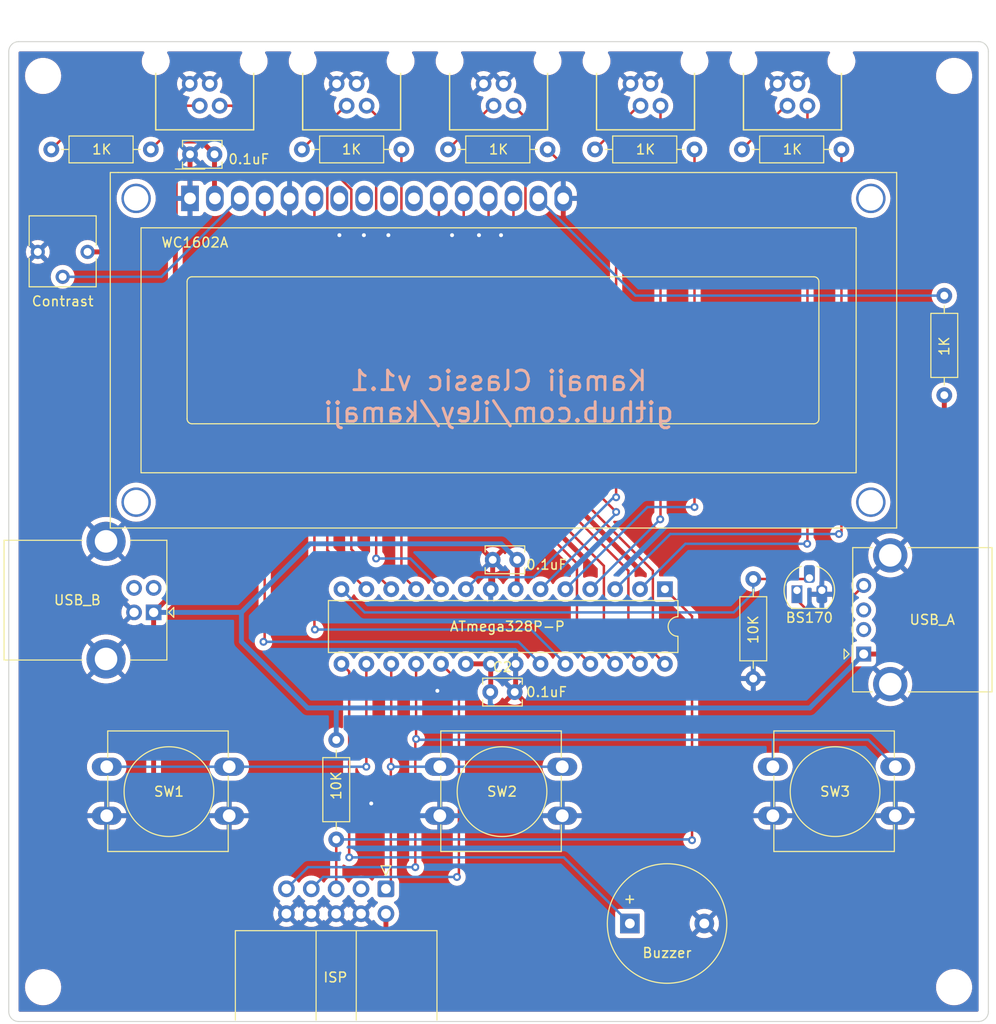
<source format=kicad_pcb>
(kicad_pcb (version 20221018) (generator pcbnew)
  (layers (0 "F.Cu" signal) (31 "B.Cu" signal) (34 "B.Paste" user) (35 "F.Paste" user) (36 "B.SilkS" user "B.Silkscreen") (37 "F.SilkS" user "F.Silkscreen") (38 "B.Mask" user) (39 "F.Mask" user) (44 "Edge.Cuts" user))
  (net 0 "")
  (net 1 "/BUZZER")
  (net 2 "GND")
  (net 3 "VCC")
  (net 4 "Net-(DS1-VO)")
  (net 5 "/LCD_RS")
  (net 6 "/LCD_EN")
  (net 11 "/LCD_D0")
  (net 12 "/LCD_D1")
  (net 13 "/LCD_D2")
  (net 14 "/LCD_D3")
  (net 15 "Net-(DS1-LED(+))")
  (net 18 "Net-(J1-GND)")
  (net 21 "/CBTN2")
  (net 23 "/RESET")
  (net 24 "/SCK")
  (net 25 "/CBTN3")
  (net 26 "Net-(J5-Pad2)")
  (net 27 "/PBTN1")
  (net 28 "Net-(J6-Pad2)")
  (net 29 "/PBTN2")
  (net 30 "Net-(J7-Pad2)")
  (net 31 "/PBTN3")
  (net 32 "Net-(J8-Pad2)")
  (net 33 "/PBTN4")
  (net 34 "Net-(J9-Pad2)")
  (net 35 "/PBTN5")
  (net 36 "/LAMP")
  (net 37 "/PLED1")
  (net 38 "/PLED2")
  (net 39 "/PLED3")
  (net 40 "/PLED4")
  (net 41 "/PLED5")
  (net 42 "/CBTN1")
  (footprint "Capacitor_THT:C_Disc_D3.8mm_W2.6mm_P2.50mm" (layer "F.Cu") (at 99.15 116.38)
    (fp_text reference "C2" (at 1.25 -2.55) (layer "F.SilkS"))
    (fp_text value "0.1uF" (at 5.75 0) (layer "F.SilkS"))
    (pad "1" thru_hole circle (at 0 0) (size 1.6 1.6) (drill 0.8) (layers "*.Cu" "*.Mask") (net 3 "VCC"))
    (pad "2" thru_hole circle (at 2.5 0) (size 1.6 1.6) (drill 0.8) (layers "*.Cu" "*.Mask") (net 2 "GND"))
  )
  (footprint "Package_TO_SOT_THT:TO-92_HandSolder" (layer "F.Cu") (at 130.46 106)
    (fp_text reference "Q1" hide)
    (fp_text value "BS170" (at 1.27 2.79) (layer "F.SilkS"))
    (pad "1" thru_hole rect (at 0 0) (size 1.1 1.8) (drill 0.75 (offset 0 0.4)) (layers "*.Cu" "*.Mask") (net 18 "Net-(J1-GND)"))
    (pad "2" thru_hole roundrect (at 1.27 -1.27) (size 1.1 1.8) (drill 0.75 (offset 0 -0.4)) (layers "*.Cu" "*.Mask") (net 36 "/LAMP"))
    (pad "3" thru_hole roundrect (at 2.54 0) (size 1.1 1.8) (drill 0.75 (offset 0 0.4)) (layers "*.Cu" "*.Mask") (net 2 "GND"))
  )
  (footprint "kamaji:RJ10" (layer "F.Cu") (at 85 46 180)
    (fp_text reference "J8" hide)
    (fp_text value "P4")
    (pad "" np_thru_hole circle (at -5 -6 180) (size 2.36 2.36) (drill 2.36) (layers "*.Cu" "*.Mask"))
    (pad "" np_thru_hole circle (at 5 -6 180) (size 2.36 2.36) (drill 2.36) (layers "*.Cu" "*.Mask"))
    (pad "1" thru_hole circle (at 1.53 -8.3 180) (size 1.6 1.6) (drill 0.9) (layers "*.Cu" "*.Mask") (net 2 "GND"))
    (pad "2" thru_hole circle (at 0.51 -10.54 180) (size 1.6 1.6) (drill 0.9) (layers "*.Cu" "*.Mask") (net 32 "Net-(J8-Pad2)"))
    (pad "3" thru_hole circle (at -0.51 -8.3 180) (size 1.6 1.6) (drill 0.9) (layers "*.Cu" "*.Mask") (net 2 "GND"))
    (pad "4" thru_hole circle (at -1.53 -10.54 180) (size 1.6 1.6) (drill 0.9) (layers "*.Cu" "*.Mask") (net 33 "/PBTN4"))
  )
  (footprint "Capacitor_THT:C_Disc_D3.8mm_W2.6mm_P2.50mm" (layer "F.Cu") (at 101.9 102.88 180)
    (fp_text reference "C1" hide)
    (fp_text value "0.1uF" (at -3 -0.5) (layer "F.SilkS"))
    (pad "1" thru_hole circle (at 0 0 180) (size 1.6 1.6) (drill 0.8) (layers "*.Cu" "*.Mask") (net 3 "VCC"))
    (pad "2" thru_hole circle (at 2.5 0 180) (size 1.6 1.6) (drill 0.8) (layers "*.Cu" "*.Mask") (net 2 "GND"))
  )
  (footprint "kamaji:RJ10" (layer "F.Cu") (at 70 46 180)
    (fp_text reference "J9" hide)
    (fp_text value "P5")
    (pad "" np_thru_hole circle (at -5 -6 180) (size 2.36 2.36) (drill 2.36) (layers "*.Cu" "*.Mask"))
    (pad "" np_thru_hole circle (at 5 -6 180) (size 2.36 2.36) (drill 2.36) (layers "*.Cu" "*.Mask"))
    (pad "1" thru_hole circle (at 1.53 -8.3 180) (size 1.6 1.6) (drill 0.9) (layers "*.Cu" "*.Mask") (net 2 "GND"))
    (pad "2" thru_hole circle (at 0.51 -10.54 180) (size 1.6 1.6) (drill 0.9) (layers "*.Cu" "*.Mask") (net 34 "Net-(J9-Pad2)"))
    (pad "3" thru_hole circle (at -0.51 -8.3 180) (size 1.6 1.6) (drill 0.9) (layers "*.Cu" "*.Mask") (net 2 "GND"))
    (pad "4" thru_hole circle (at -1.53 -10.54 180) (size 1.6 1.6) (drill 0.9) (layers "*.Cu" "*.Mask") (net 35 "/PBTN5"))
  )
  (footprint "Potentiometer_THT:Potentiometer_Vishay_T73YP_Vertical" (layer "F.Cu") (at 52.96 71.46 -90)
    (fp_text reference "RV1" hide)
    (fp_text value "Contrast" (at 5.04 -2.54 -180) (layer "F.SilkS"))
    (pad "1" thru_hole circle (at 0 0 270) (size 1.44 1.44) (drill 0.8) (layers "*.Cu" "*.Mask") (net 2 "GND"))
    (pad "2" thru_hole circle (at 2.54 -2.54 270) (size 1.44 1.44) (drill 0.8) (layers "*.Cu" "*.Mask") (net 4 "Net-(DS1-VO)"))
    (pad "3" thru_hole circle (at 0 -5.08 270) (size 1.44 1.44) (drill 0.8) (layers "*.Cu" "*.Mask") (net 3 "VCC"))
  )
  (footprint "Resistor_THT:R_Axial_DIN0207_L6.3mm_D2.5mm_P10.16mm_Horizontal" (layer "F.Cu") (at 145.5 75.92 -90)
    (fp_text reference "R1" hide)
    (fp_text value "1K" (at 5.16 0 90) (layer "F.SilkS"))
    (pad "1" thru_hole circle (at 0 0 270) (size 1.6 1.6) (drill 0.8) (layers "*.Cu" "*.Mask") (net 15 "Net-(DS1-LED(+))"))
    (pad "2" thru_hole oval (at 10.16 0 270) (size 1.6 1.6) (drill 0.8) (layers "*.Cu" "*.Mask") (net 3 "VCC"))
  )
  (footprint "MountingHole:MountingHole_3.2mm_M3" (layer "F.Cu") (at 146.5 53.5)
    (fp_text reference "REF**" hide)
    (fp_text value "MountingHole_3.2mm_M3" hide)
    (pad "" np_thru_hole circle (at 0 0) (size 3.2 3.2) (drill 3.2) (layers "*.Cu" "*.Mask"))
  )
  (footprint "Resistor_THT:R_Axial_DIN0207_L6.3mm_D2.5mm_P10.16mm_Horizontal" (layer "F.Cu") (at 109.84 61)
    (fp_text reference "R5" hide)
    (fp_text value "1K" (at 5.16 0) (layer "F.SilkS"))
    (pad "1" thru_hole circle (at 0 0) (size 1.6 1.6) (drill 0.8) (layers "*.Cu" "*.Mask") (net 28 "Net-(J6-Pad2)"))
    (pad "2" thru_hole oval (at 10.16 0) (size 1.6 1.6) (drill 0.8) (layers "*.Cu" "*.Mask") (net 38 "/PLED2"))
  )
  (footprint "MountingHole:MountingHole_3.2mm_M3" (layer "F.Cu") (at 53.5 53.5)
    (fp_text reference "REF**" hide)
    (fp_text value "MountingHole_3.2mm_M3" hide)
    (pad "" np_thru_hole circle (at 0 0) (size 3.2 3.2) (drill 3.2) (layers "*.Cu" "*.Mask"))
  )
  (footprint "Resistor_THT:R_Axial_DIN0207_L6.3mm_D2.5mm_P10.16mm_Horizontal" (layer "F.Cu") (at 94.84 61)
    (fp_text reference "R6" hide)
    (fp_text value "1K" (at 5.16 0) (layer "F.SilkS"))
    (pad "1" thru_hole circle (at 0 0) (size 1.6 1.6) (drill 0.8) (layers "*.Cu" "*.Mask") (net 30 "Net-(J7-Pad2)"))
    (pad "2" thru_hole oval (at 10.16 0) (size 1.6 1.6) (drill 0.8) (layers "*.Cu" "*.Mask") (net 39 "/PLED3"))
  )
  (footprint "Buzzer_Beeper:Buzzer_12x9.5RM7.6" (layer "F.Cu") (at 113.4 140)
    (fp_text reference "BZ1" hide)
    (fp_text value "Buzzer" (at 3.8 3) (layer "F.SilkS"))
    (fp_text user "+" (at -0.01 -2.54) (layer "F.SilkS"))
    (pad "1" thru_hole rect (at 0 0) (size 2 2) (drill 1) (layers "*.Cu" "*.Mask") (net 1 "/BUZZER"))
    (pad "2" thru_hole circle (at 7.6 0) (size 2 2) (drill 1) (layers "*.Cu" "*.Mask") (net 2 "GND"))
  )
  (footprint "Resistor_THT:R_Axial_DIN0207_L6.3mm_D2.5mm_P10.16mm_Horizontal" (layer "F.Cu") (at 83.428961 121.260012 -90)
    (fp_text reference "R2" hide)
    (fp_text value "10K" (at 4.66 0 90) (layer "F.SilkS"))
    (pad "1" thru_hole circle (at 0 0 270) (size 1.6 1.6) (drill 0.8) (layers "*.Cu" "*.Mask") (net 3 "VCC"))
    (pad "2" thru_hole oval (at 10.16 0 270) (size 1.6 1.6) (drill 0.8) (layers "*.Cu" "*.Mask") (net 23 "/RESET"))
  )
  (footprint "Connector_USB:USB_A_CONNFLY_DS1095-WNR0" (layer "F.Cu") (at 137.2725 112.5 90)
    (fp_text reference "J1" hide)
    (fp_text value "USB_A" (at 3.5 7 180) (layer "F.SilkS"))
    (pad "1" thru_hole rect (at 0 0 90) (size 1.524 1.524) (drill 0.92) (layers "*.Cu" "*.Mask") (net 3 "VCC"))
    (pad "2" thru_hole circle (at 2.5 0 90) (size 1.524 1.524) (drill 0.92) (layers "*.Cu" "*.Mask"))
    (pad "3" thru_hole circle (at 4.5 0 90) (size 1.524 1.524) (drill 0.92) (layers "*.Cu" "*.Mask"))
    (pad "4" thru_hole circle (at 7 0 90) (size 1.524 1.524) (drill 0.92) (layers "*.Cu" "*.Mask") (net 18 "Net-(J1-GND)"))
    (pad "5" thru_hole circle (at -3.07 2.71 90) (size 3.5 3.5) (drill 2.3) (layers "*.Cu" "*.Mask") (net 2 "GND"))
    (pad "5" thru_hole circle (at 10.07 2.71 90) (size 3.5 3.5) (drill 2.3) (layers "*.Cu" "*.Mask") (net 2 "GND"))
  )
  (footprint "Package_DIP:DIP-28_W7.62mm" (layer "F.Cu") (at 116.98 105.88 -90)
    (fp_text reference "U1" hide)
    (fp_text value "ATmega328P-P" (at 3.81 16.08) (layer "F.SilkS"))
    (pad "1" thru_hole rect (at 0 0 270) (size 1.6 1.6) (drill 0.8) (layers "*.Cu" "*.Mask") (net 23 "/RESET"))
    (pad "2" thru_hole oval (at 0 2.54 270) (size 1.6 1.6) (drill 0.8) (layers "*.Cu" "*.Mask") (net 27 "/PBTN1"))
    (pad "3" thru_hole oval (at 0 5.08 270) (size 1.6 1.6) (drill 0.8) (layers "*.Cu" "*.Mask") (net 37 "/PLED1"))
    (pad "4" thru_hole oval (at 0 7.62 270) (size 1.6 1.6) (drill 0.8) (layers "*.Cu" "*.Mask") (net 29 "/PBTN2"))
    (pad "5" thru_hole oval (at 0 10.16 270) (size 1.6 1.6) (drill 0.8) (layers "*.Cu" "*.Mask") (net 38 "/PLED2"))
    (pad "6" thru_hole oval (at 0 12.7 270) (size 1.6 1.6) (drill 0.8) (layers "*.Cu" "*.Mask") (net 31 "/PBTN3"))
    (pad "7" thru_hole oval (at 0 15.24 270) (size 1.6 1.6) (drill 0.8) (layers "*.Cu" "*.Mask") (net 3 "VCC"))
    (pad "8" thru_hole oval (at 0 17.78 270) (size 1.6 1.6) (drill 0.8) (layers "*.Cu" "*.Mask") (net 2 "GND"))
    (pad "9" thru_hole oval (at 0 20.32 270) (size 1.6 1.6) (drill 0.8) (layers "*.Cu" "*.Mask") (net 39 "/PLED3"))
    (pad "10" thru_hole oval (at 0 22.86 270) (size 1.6 1.6) (drill 0.8) (layers "*.Cu" "*.Mask") (net 33 "/PBTN4"))
    (pad "11" thru_hole oval (at 0 25.4 270) (size 1.6 1.6) (drill 0.8) (layers "*.Cu" "*.Mask") (net 40 "/PLED4"))
    (pad "12" thru_hole oval (at 0 27.94 270) (size 1.6 1.6) (drill 0.8) (layers "*.Cu" "*.Mask") (net 35 "/PBTN5"))
    (pad "13" thru_hole oval (at 0 30.48 270) (size 1.6 1.6) (drill 0.8) (layers "*.Cu" "*.Mask") (net 41 "/PLED5"))
    (pad "14" thru_hole oval (at 0 33.02 270) (size 1.6 1.6) (drill 0.8) (layers "*.Cu" "*.Mask") (net 36 "/LAMP"))
    (pad "15" thru_hole oval (at 7.62 33.02 270) (size 1.6 1.6) (drill 0.8) (layers "*.Cu" "*.Mask") (net 1 "/BUZZER"))
    (pad "16" thru_hole oval (at 7.62 30.48 270) (size 1.6 1.6) (drill 0.8) (layers "*.Cu" "*.Mask") (net 42 "/CBTN1"))
    (pad "17" thru_hole oval (at 7.62 27.94 270) (size 1.6 1.6) (drill 0.8) (layers "*.Cu" "*.Mask") (net 21 "/CBTN2"))
    (pad "18" thru_hole oval (at 7.62 25.4 270) (size 1.6 1.6) (drill 0.8) (layers "*.Cu" "*.Mask") (net 25 "/CBTN3"))
    (pad "19" thru_hole oval (at 7.62 22.86 270) (size 1.6 1.6) (drill 0.8) (layers "*.Cu" "*.Mask") (net 24 "/SCK"))
    (pad "20" thru_hole oval (at 7.62 20.32 270) (size 1.6 1.6) (drill 0.8) (layers "*.Cu" "*.Mask") (net 3 "VCC"))
    (pad "21" thru_hole oval (at 7.62 17.78 270) (size 1.6 1.6) (drill 0.8) (layers "*.Cu" "*.Mask") (net 3 "VCC"))
    (pad "22" thru_hole oval (at 7.62 15.24 270) (size 1.6 1.6) (drill 0.8) (layers "*.Cu" "*.Mask") (net 2 "GND"))
    (pad "23" thru_hole oval (at 7.62 12.7 270) (size 1.6 1.6) (drill 0.8) (layers "*.Cu" "*.Mask") (net 5 "/LCD_RS"))
    (pad "24" thru_hole oval (at 7.62 10.16 270) (size 1.6 1.6) (drill 0.8) (layers "*.Cu" "*.Mask") (net 6 "/LCD_EN"))
    (pad "25" thru_hole oval (at 7.62 7.62 270) (size 1.6 1.6) (drill 0.8) (layers "*.Cu" "*.Mask") (net 11 "/LCD_D0"))
    (pad "26" thru_hole oval (at 7.62 5.08 270) (size 1.6 1.6) (drill 0.8) (layers "*.Cu" "*.Mask") (net 12 "/LCD_D1"))
    (pad "27" thru_hole oval (at 7.62 2.54 270) (size 1.6 1.6) (drill 0.8) (layers "*.Cu" "*.Mask") (net 13 "/LCD_D2"))
    (pad "28" thru_hole oval (at 7.62 0 270) (size 1.6 1.6) (drill 0.8) (layers "*.Cu" "*.Mask") (net 14 "/LCD_D3"))
  )
  (footprint "Button_Switch_THT:SW_PUSH-12mm" (layer "F.Cu") (at 94 124)
    (fp_text reference "SW2" (at 6.35 2.54) (layer "F.SilkS"))
    (fp_text value "SW_Push")
    (pad "1" thru_hole oval (at 0 0) (size 3.048 1.85) (drill 1.3) (layers "*.Cu" "*.Mask") (net 21 "/CBTN2"))
    (pad "1" thru_hole oval (at 12.5 0) (size 3.048 1.85) (drill 1.3) (layers "*.Cu" "*.Mask") (net 21 "/CBTN2"))
    (pad "2" thru_hole oval (at 0 5) (size 3.048 1.85) (drill 1.3) (layers "*.Cu" "*.Mask") (net 2 "GND"))
    (pad "2" thru_hole oval (at 12.5 5) (size 3.048 1.85) (drill 1.3) (layers "*.Cu" "*.Mask") (net 2 "GND"))
  )
  (footprint "Connector_USB:USB_B_Lumberg_2411_02_Horizontal" (layer "F.Cu") (at 64.7875 108.25 180)
    (fp_text reference "J2" hide)
    (fp_text value "USB_B" (at 7.7875 1.25) (layer "F.SilkS"))
    (pad "1" thru_hole rect (at 0 0 270) (size 1.6 1.6) (drill 0.95) (layers "*.Cu" "*.Mask") (net 3 "VCC"))
    (pad "2" thru_hole circle (at 0 2.5 270) (size 1.6 1.6) (drill 0.95) (layers "*.Cu" "*.Mask"))
    (pad "3" thru_hole circle (at 2 2.5 270) (size 1.6 1.6) (drill 0.95) (layers "*.Cu" "*.Mask"))
    (pad "4" thru_hole circle (at 2 0 270) (size 1.6 1.6) (drill 0.95) (layers "*.Cu" "*.Mask") (net 2 "GND"))
    (pad "5" thru_hole circle (at 4.86 -4.75 270) (size 4 4) (drill 2.3) (layers "*.Cu" "*.Mask") (net 2 "GND"))
    (pad "5" thru_hole circle (at 4.86 7.25 270) (size 4 4) (drill 2.3) (layers "*.Cu" "*.Mask") (net 2 "GND"))
  )
  (footprint "kamaji:RJ10" (layer "F.Cu") (at 130 46 180)
    (fp_text reference "J5" hide)
    (fp_text value "P1")
    (pad "" np_thru_hole circle (at -5 -6 180) (size 2.36 2.36) (drill 2.36) (layers "*.Cu" "*.Mask"))
    (pad "" np_thru_hole circle (at 5 -6 180) (size 2.36 2.36) (drill 2.36) (layers "*.Cu" "*.Mask"))
    (pad "1" thru_hole circle (at 1.53 -8.3 180) (size 1.6 1.6) (drill 0.9) (layers "*.Cu" "*.Mask") (net 2 "GND"))
    (pad "2" thru_hole circle (at 0.51 -10.54 180) (size 1.6 1.6) (drill 0.9) (layers "*.Cu" "*.Mask") (net 26 "Net-(J5-Pad2)"))
    (pad "3" thru_hole circle (at -0.51 -8.3 180) (size 1.6 1.6) (drill 0.9) (layers "*.Cu" "*.Mask") (net 2 "GND"))
    (pad "4" thru_hole circle (at -1.53 -10.54 180) (size 1.6 1.6) (drill 0.9) (layers "*.Cu" "*.Mask") (net 27 "/PBTN1"))
  )
  (footprint "MountingHole:MountingHole_3.2mm_M3" (layer "F.Cu") (at 53.5 146.5)
    (fp_text reference "REF**" hide)
    (fp_text value "MountingHole_3.2mm_M3" hide)
    (pad "" np_thru_hole circle (at 0 0) (size 3.2 3.2) (drill 3.2) (layers "*.Cu" "*.Mask"))
  )
  (footprint "kamaji:RJ10" (layer "F.Cu") (at 115 46 180)
    (fp_text reference "J6" hide)
    (fp_text value "P2")
    (pad "" np_thru_hole circle (at -5 -6 180) (size 2.36 2.36) (drill 2.36) (layers "*.Cu" "*.Mask"))
    (pad "" np_thru_hole circle (at 5 -6 180) (size 2.36 2.36) (drill 2.36) (layers "*.Cu" "*.Mask"))
    (pad "1" thru_hole circle (at 1.53 -8.3 180) (size 1.6 1.6) (drill 0.9) (layers "*.Cu" "*.Mask") (net 2 "GND"))
    (pad "2" thru_hole circle (at 0.51 -10.54 180) (size 1.6 1.6) (drill 0.9) (layers "*.Cu" "*.Mask") (net 28 "Net-(J6-Pad2)"))
    (pad "3" thru_hole circle (at -0.51 -8.3 180) (size 1.6 1.6) (drill 0.9) (layers "*.Cu" "*.Mask") (net 2 "GND"))
    (pad "4" thru_hole circle (at -1.53 -10.54 180) (size 1.6 1.6) (drill 0.9) (layers "*.Cu" "*.Mask") (net 29 "/PBTN2"))
  )
  (footprint "Connector_IDC:IDC-Header_2x05_P2.54mm_Horizontal" (layer "F.Cu") (at 88.5 136.46 -90)
    (fp_text reference "J4" hide)
    (fp_text value "ISP" (at 9.04 5.16) (layer "F.SilkS"))
    (pad "1" thru_hole roundrect (at 0 0 270) (size 1.7 1.7) (drill 1) (layers "*.Cu" "*.Mask") (roundrect_rratio 0.1470588235) (net 21 "/CBTN2"))
    (pad "2" thru_hole circle (at 2.54 0 270) (size 1.7 1.7) (drill 1) (layers "*.Cu" "*.Mask") (net 3 "VCC"))
    (pad "3" thru_hole circle (at 0 2.54 270) (size 1.7 1.7) (drill 1) (layers "*.Cu" "*.Mask"))
    (pad "4" thru_hole circle (at 2.54 2.54 270) (size 1.7 1.7) (drill 1) (layers "*.Cu" "*.Mask") (net 2 "GND"))
    (pad "5" thru_hole circle (at 0 5.08 270) (size 1.7 1.7) (drill 1) (layers "*.Cu" "*.Mask") (net 23 "/RESET"))
    (pad "6" thru_hole circle (at 2.54 5.08 270) (size 1.7 1.7) (drill 1) (layers "*.Cu" "*.Mask") (net 2 "GND"))
    (pad "7" thru_hole circle (at 0 7.62 270) (size 1.7 1.7) (drill 1) (layers "*.Cu" "*.Mask") (net 24 "/SCK"))
    (pad "8" thru_hole circle (at 2.54 7.62 270) (size 1.7 1.7) (drill 1) (layers "*.Cu" "*.Mask") (net 2 "GND"))
    (pad "9" thru_hole circle (at 0 10.16 270) (size 1.7 1.7) (drill 1) (layers "*.Cu" "*.Mask") (net 25 "/CBTN3"))
    (pad "10" thru_hole circle (at 2.54 10.16 270) (size 1.7 1.7) (drill 1) (layers "*.Cu" "*.Mask") (net 2 "GND"))
  )
  (footprint "Button_Switch_THT:SW_PUSH-12mm" (layer "F.Cu") (at 128 124)
    (fp_text reference "SW3" (at 6.35 2.54) (layer "F.SilkS"))
    (fp_text value "SW_Push")
    (pad "1" thru_hole oval (at 0 0) (size 3.048 1.85) (drill 1.3) (layers "*.Cu" "*.Mask") (net 25 "/CBTN3"))
    (pad "1" thru_hole oval (at 12.5 0) (size 3.048 1.85) (drill 1.3) (layers "*.Cu" "*.Mask") (net 25 "/CBTN3"))
    (pad "2" thru_hole oval (at 0 5) (size 3.048 1.85) (drill 1.3) (layers "*.Cu" "*.Mask") (net 2 "GND"))
    (pad "2" thru_hole oval (at 12.5 5) (size 3.048 1.85) (drill 1.3) (layers "*.Cu" "*.Mask") (net 2 "GND"))
  )
  (footprint "MountingHole:MountingHole_3.2mm_M3" (layer "F.Cu") (at 146.5 146.5)
    (fp_text reference "REF**" hide)
    (fp_text value "MountingHole_3.2mm_M3" hide)
    (pad "" np_thru_hole circle (at 0 0) (size 3.2 3.2) (drill 3.2) (layers "*.Cu" "*.Mask"))
  )
  (footprint "Resistor_THT:R_Axial_DIN0207_L6.3mm_D2.5mm_P10.16mm_Horizontal" (layer "F.Cu") (at 124.84 61)
    (fp_text reference "R4" hide)
    (fp_text value "1K" (at 5.16 0) (layer "F.SilkS"))
    (pad "1" thru_hole circle (at 0 0) (size 1.6 1.6) (drill 0.8) (layers "*.Cu" "*.Mask") (net 26 "Net-(J5-Pad2)"))
    (pad "2" thru_hole oval (at 10.16 0) (size 1.6 1.6) (drill 0.8) (layers "*.Cu" "*.Mask") (net 37 "/PLED1"))
  )
  (footprint "Resistor_THT:R_Axial_DIN0207_L6.3mm_D2.5mm_P10.16mm_Horizontal" (layer "F.Cu") (at 54.34 61)
    (fp_text reference "R8" hide)
    (fp_text value "1K" (at 5.16 0) (layer "F.SilkS"))
    (pad "1" thru_hole circle (at 0 0) (size 1.6 1.6) (drill 0.8) (layers "*.Cu" "*.Mask") (net 34 "Net-(J9-Pad2)"))
    (pad "2" thru_hole oval (at 10.16 0) (size 1.6 1.6) (drill 0.8) (layers "*.Cu" "*.Mask") (net 41 "/PLED5"))
  )
  (footprint "Capacitor_THT:C_Disc_D3.8mm_W2.6mm_P2.50mm" (layer "F.Cu") (at 71 61.5 180)
    (fp_text reference "C3" hide)
    (fp_text value "0.1uF" (at -3.5 -0.5) (layer "F.SilkS"))
    (pad "1" thru_hole circle (at 0 0 180) (size 1.6 1.6) (drill 0.8) (layers "*.Cu" "*.Mask") (net 3 "VCC"))
    (pad "2" thru_hole circle (at 2.5 0 180) (size 1.6 1.6) (drill 0.8) (layers "*.Cu" "*.Mask") (net 2 "GND"))
  )
  (footprint "Button_Switch_THT:SW_PUSH-12mm" (layer "F.Cu") (at 60 124)
    (fp_text reference "SW1" (at 6.35 2.54 180) (layer "F.SilkS"))
    (fp_text value "SW_Push")
    (pad "1" thru_hole oval (at 0 0) (size 3.048 1.85) (drill 1.3) (layers "*.Cu" "*.Mask") (net 42 "/CBTN1"))
    (pad "1" thru_hole oval (at 12.5 0) (size 3.048 1.85) (drill 1.3) (layers "*.Cu" "*.Mask") (net 42 "/CBTN1"))
    (pad "2" thru_hole oval (at 0 5) (size 3.048 1.85) (drill 1.3) (layers "*.Cu" "*.Mask") (net 2 "GND"))
    (pad "2" thru_hole oval (at 12.5 5) (size 3.048 1.85) (drill 1.3) (layers "*.Cu" "*.Mask") (net 2 "GND"))
  )
  (footprint "Resistor_THT:R_Axial_DIN0207_L6.3mm_D2.5mm_P10.16mm_Horizontal" (layer "F.Cu") (at 126 104.84 -90)
    (fp_text reference "R3" hide)
    (fp_text value "10K" (at 5.16 0 90) (layer "F.SilkS"))
    (pad "1" thru_hole circle (at 0 0 270) (size 1.6 1.6) (drill 0.8) (layers "*.Cu" "*.Mask") (net 36 "/LAMP"))
    (pad "2" thru_hole oval (at 10.16 0 270) (size 1.6 1.6) (drill 0.8) (layers "*.Cu" "*.Mask") (net 2 "GND"))
  )
  (footprint "Display:WC1602A" (layer "F.Cu") (at 68.50052 65.9993)
    (fp_text reference "DS1" hide)
    (fp_text value "WC1602A" (at 0.49948 4.5007 180) (layer "F.SilkS"))
    (pad "" thru_hole circle (at -5.4991 0) (size 3 3) (drill 2.5) (layers "*.Cu" "*.Mask"))
    (pad "" thru_hole circle (at -5.4991 31.0007) (size 3 3) (drill 2.5) (layers "*.Cu" "*.Mask"))
    (pad "" thru_hole circle (at 69.49948 31.0007) (size 3 3) (drill 2.5) (layers "*.Cu" "*.Mask"))
    (pad "" thru_hole circle (at 69.5 0) (size 3 3) (drill 2.5) (layers "*.Cu" "*.Mask"))
    (pad "1" thru_hole rect (at 0 0) (size 1.8 2.6) (drill 1.2) (layers "*.Cu" "*.Mask") (net 2 "GND"))
    (pad "2" thru_hole oval (at 2.54 0) (size 1.8 2.6) (drill 1.2) (layers "*.Cu" "*.Mask") (net 3 "VCC"))
    (pad "3" thru_hole oval (at 5.08 0) (size 1.8 2.6) (drill 1.2) (layers "*.Cu" "*.Mask") (net 4 "Net-(DS1-VO)"))
    (pad "4" thru_hole oval (at 7.62 0) (size 1.8 2.6) (drill 1.2) (layers "*.Cu" "*.Mask") (net 5 "/LCD_RS"))
    (pad "5" thru_hole oval (at 10.16 0) (size 1.8 2.6) (drill 1.2) (layers "*.Cu" "*.Mask") (net 2 "GND"))
    (pad "6" thru_hole oval (at 12.7 0) (size 1.8 2.6) (drill 1.2) (layers "*.Cu" "*.Mask") (net 6 "/LCD_EN"))
    (pad "7" thru_hole oval (at 15.24 0) (size 1.8 2.6) (drill 1.2) (layers "*.Cu" "*.Mask"))
    (pad "8" thru_hole oval (at 17.78 0) (size 1.8 2.6) (drill 1.2) (layers "*.Cu" "*.Mask"))
    (pad "9" thru_hole oval (at 20.32 0) (size 1.8 2.6) (drill 1.2) (layers "*.Cu" "*.Mask"))
    (pad "10" thru_hole oval (at 22.86 0) (size 1.8 2.6) (drill 1.2) (layers "*.Cu" "*.Mask"))
    (pad "11" thru_hole oval (at 25.4 0) (size 1.8 2.6) (drill 1.2) (layers "*.Cu" "*.Mask") (net 11 "/LCD_D0"))
    (pad "12" thru_hole oval (at 27.94 0) (size 1.8 2.6) (drill 1.2) (layers "*.Cu" "*.Mask") (net 12 "/LCD_D1"))
    (pad "13" thru_hole oval (at 30.48 0) (size 1.8 2.6) (drill 1.2) (layers "*.Cu" "*.Mask") (net 13 "/LCD_D2"))
    (pad "14" thru_hole oval (at 33.02 0) (size 1.8 2.6) (drill 1.2) (layers "*.Cu" "*.Mask") (net 14 "/LCD_D3"))
    (pad "15" thru_hole oval (at 35.56 0) (size 1.8 2.6) (drill 1.2) (layers "*.Cu" "*.Mask") (net 15 "Net-(DS1-LED(+))"))
    (pad "16" thru_hole oval (at 38.1 0) (size 1.8 2.6) (drill 1.2) (layers "*.Cu" "*.Mask") (net 2 "GND"))
  )
  (footprint "Resistor_THT:R_Axial_DIN0207_L6.3mm_D2.5mm_P10.16mm_Horizontal" (layer "F.Cu") (at 79.92 61)
    (fp_text reference "R7" hide)
    (fp_text value "1K" (at 5.08 0) (layer "F.SilkS"))
    (pad "1" thru_hole circle (at 0 0) (size 1.6 1.6) (drill 0.8) (layers "*.Cu" "*.Mask") (net 32 "Net-(J8-Pad2)"))
    (pad "2" thru_hole oval (at 10.16 0) (size 1.6 1.6) (drill 0.8) (layers "*.Cu" "*.Mask") (net 40 "/PLED4"))
  )
  (footprint "kamaji:RJ10" (layer "F.Cu") (at 100 46 180)
    (fp_text reference "J7" hide)
    (fp_text value "P3")
    (pad "" np_thru_hole circle (at -5 -6 180) (size 2.36 2.36) (drill 2.36) (layers "*.Cu" "*.Mask"))
    (pad "" np_thru_hole circle (at 5 -6 180) (size 2.36 2.36) (drill 2.36) (layers "*.Cu" "*.Mask"))
    (pad "1" thru_hole circle (at 1.53 -8.3 180) (size 1.6 1.6) (drill 0.9) (layers "*.Cu" "*.Mask") (net 2 "GND"))
    (pad "2" thru_hole circle (at 0.51 -10.54 180) (size 1.6 1.6) (drill 0.9) (layers "*.Cu" "*.Mask") (net 30 "Net-(J7-Pad2)"))
    (pad "3" thru_hole circle (at -0.51 -8.3 180) (size 1.6 1.6) (drill 0.9) (layers "*.Cu" "*.Mask") (net 2 "GND"))
    (pad "4" thru_hole circle (at -1.53 -10.54 180) (size 1.6 1.6) (drill 0.9) (layers "*.Cu" "*.Mask") (net 31 "/PBTN3"))
  )
  (gr_line (start 150 51) (end 150 149) (stroke (width 0.1)) (layer "Edge.Cuts"))
  (gr_arc (start 150 149) (mid 149.707107 149.707107) (end 149 150) (stroke (width 0.1)) (layer "Edge.Cuts"))
  (gr_line (start 50 149) (end 50 51) (stroke (width 0.1)) (layer "Edge.Cuts"))
  (gr_arc (start 149 50) (mid 149.707107 50.292893) (end 150 51) (stroke (width 0.1)) (layer "Edge.Cuts"))
  (gr_line (start 51 50) (end 149 50) (stroke (width 0.1)) (layer "Edge.Cuts"))
  (gr_arc (start 50 51) (mid 50.292893 50.292893) (end 51 50) (stroke (width 0.1)) (layer "Edge.Cuts"))
  (gr_arc (start 51 150) (mid 50.292893 149.707107) (end 50 149) (stroke (width 0.1)) (layer "Edge.Cuts"))
  (gr_line (start 149 150) (end 51 150) (stroke (width 0.1)) (layer "Edge.Cuts"))
  (gr_text "Kamaji Classic v1.1\ngithub.com/iley/kamaji" (at 100 89) (layer "B.SilkS") (effects (font (size 2 2) (thickness 0.3)) (justify bottom mirror)))
  (segment (start 84.75 133.25) (end 84.75 114.29) (width 0.25) (layer "F.Cu") (net 1))
  (segment (start 84.75 114.29) (end 83.96 113.5) (width 0.25) (layer "F.Cu") (net 1))
  (via (at 84.75 133.25) (size 0.8) (drill 0.4) (layers "F.Cu" "B.Cu") (net 1))
  (segment (start 84.75 133.25) (end 106.65 133.25) (width 0.25) (layer "B.Cu") (net 1))
  (segment (start 106.65 133.25) (end 113.4 140) (width 0.25) (layer "B.Cu") (net 1))
  (segment (start 99.4 105.68) (end 99.2 105.88) (width 0.5) (layer "F.Cu") (net 2))
  (segment (start 101.74 116.29) (end 101.65 116.38) (width 0.5) (layer "F.Cu") (net 2))
  (segment (start 101.74 113.5) (end 101.74 116.29) (width 0.5) (layer "F.Cu") (net 2))
  (segment (start 68.5 61.5) (end 68.5 65.99878) (width 0.5) (layer "F.Cu") (net 2))
  (segment (start 99.4 102.88) (end 99.4 105.68) (width 0.5) (layer "F.Cu") (net 2))
  (segment (start 68.5 65.99878) (end 68.50052 65.9993) (width 0.5) (layer "F.Cu") (net 2))
  (via (at 93.75 116.25) (size 0.8) (drill 0.4) (layers "F.Cu" "B.Cu") (net 2))
  (via (at 88.75 69.75) (size 0.8) (drill 0.4) (layers "F.Cu" "B.Cu") (net 2))
  (via (at 95.25 69.75) (size 0.8) (drill 0.4) (layers "F.Cu" "B.Cu") (net 2))
  (via (at 86.25 69.75) (size 0.8) (drill 0.4) (layers "F.Cu" "B.Cu") (net 2))
  (via (at 83.75 69.75) (size 0.8) (drill 0.4) (layers "F.Cu" "B.Cu") (net 2))
  (via (at 100.25 69.75) (size 0.8) (drill 0.4) (layers "F.Cu" "B.Cu") (net 2))
  (via (at 98 69.75) (size 0.8) (drill 0.4) (layers "F.Cu" "B.Cu") (net 2))
  (via (at 87 127.75) (size 0.8) (drill 0.4) (layers "F.Cu" "B.Cu") (net 2))
  (segment (start 66.75 142.75) (end 86.75 142.75) (width 0.5) (layer "F.Cu") (net 3))
  (segment (start 71 61.5) (end 71 65.95878) (width 0.5) (layer "F.Cu") (net 3))
  (segment (start 145.5 108.75) (end 145.5 86.08) (width 0.5) (layer "F.Cu") (net 3))
  (segment (start 67 71.5) (end 67 60.65) (width 0.5) (layer "F.Cu") (net 3))
  (segment (start 69.65 60.15) (end 71 61.5) (width 0.5) (layer "F.Cu") (net 3))
  (segment (start 141.75 112.5) (end 145.5 108.75) (width 0.5) (layer "F.Cu") (net 3))
  (segment (start 71 65.95878) (end 71.04052 65.9993) (width 0.5) (layer "F.Cu") (net 3))
  (segment (start 96.66 113.5) (end 99.2 113.5) (width 0.5) (layer "F.Cu") (net 3))
  (segment (start 67 60.65) (end 67.5 60.15) (width 0.5) (layer "F.Cu") (net 3))
  (segment (start 137.2725 112.5) (end 141.75 112.5) (width 0.5) (layer "F.Cu") (net 3))
  (segment (start 58.04 71.46) (end 66.96 71.46) (width 0.5) (layer "F.Cu") (net 3))
  (segment (start 88.5 141) (end 88.5 139) (width 0.5) (layer "F.Cu") (net 3))
  (segment (start 86.75 142.75) (end 88.5 141) (width 0.5) (layer "F.Cu") (net 3))
  (segment (start 64.7875 108.25) (end 64.7875 140.7875) (width 0.5) (layer "F.Cu") (net 3))
  (segment (start 99.2 116.33) (end 99.15 116.38) (width 0.5) (layer "F.Cu") (net 3))
  (segment (start 66.96 71.46) (end 67 71.5) (width 0.5) (layer "F.Cu") (net 3))
  (segment (start 67 71.5) (end 67 106.0375) (width 0.5) (layer "F.Cu") (net 3))
  (segment (start 67 106.0375) (end 64.7875 108.25) (width 0.5) (layer "F.Cu") (net 3))
  (segment (start 101.9 105.72) (end 101.74 105.88) (width 0.5) (layer "F.Cu") (net 3))
  (segment (start 67.5 60.15) (end 69.65 60.15) (width 0.5) (layer "F.Cu") (net 3))
  (segment (start 101.9 102.88) (end 101.9 105.72) (width 0.5) (layer "F.Cu") (net 3))
  (segment (start 64.7875 140.7875) (end 66.75 142.75) (width 0.5) (layer "F.Cu") (net 3))
  (segment (start 99.2 113.5) (end 99.2 116.33) (width 0.5) (layer "F.Cu") (net 3))
  (segment (start 73.75 108.25) (end 80.75 101.25) (width 0.5) (layer "B.Cu") (net 3))
  (segment (start 64.7875 108.25) (end 73.75 108.25) (width 0.5) (layer "B.Cu") (net 3))
  (segment (start 99.52 118) (end 131.7725 118) (width 0.5) (layer "B.Cu") (net 3))
  (segment (start 83.428961 118.071039) (end 83.5 118) (width 0.5) (layer "B.Cu") (net 3))
  (segment (start 99.25 117.73) (end 99.52 118) (width 0.5) (layer "B.Cu") (net 3))
  (segment (start 83.5 118) (end 80.5 118) (width 0.5) (layer "B.Cu") (net 3))
  (segment (start 83.5 118) (end 99.52 118) (width 0.5) (layer "B.Cu") (net 3))
  (segment (start 80.75 101.25) (end 100.27 101.25) (width 0.5) (layer "B.Cu") (net 3))
  (segment (start 131.7725 118) (end 137.2725 112.5) (width 0.5) (layer "B.Cu") (net 3))
  (segment (start 99.15 116.38) (end 99.15 117.63) (width 0.5) (layer "B.Cu") (net 3))
  (segment (start 83.428961 121.260012) (end 83.428961 118.071039) (width 0.5) (layer "B.Cu") (net 3))
  (segment (start 73.75 111.25) (end 73.75 108.25) (width 0.5) (layer "B.Cu") (net 3))
  (segment (start 80.5 118) (end 73.75 111.25) (width 0.5) (layer "B.Cu") (net 3))
  (segment (start 100.27 101.25) (end 101.9 102.88) (width 0.5) (layer "B.Cu") (net 3))
  (segment (start 99.15 117.63) (end 99.25 117.73) (width 0.5) (layer "B.Cu") (net 3))
  (segment (start 65.57982 74) (end 73.58052 65.9993) (width 0.25) (layer "B.Cu") (net 4))
  (segment (start 55.5 74) (end 65.57982 74) (width 0.25) (layer "B.Cu") (net 4))
  (segment (start 76.12052 65.9993) (end 76.12052 111.12948) (width 0.25) (layer "F.Cu") (net 5))
  (segment (start 76.12052 111.12948) (end 76 111.25) (width 0.25) (layer "F.Cu") (net 5))
  (via (at 76 111.25) (size 0.8) (drill 0.4) (layers "F.Cu" "B.Cu") (net 5))
  (segment (start 76 111.25) (end 102.03 111.25) (width 0.25) (layer "B.Cu") (net 5))
  (segment (start 102.03 111.25) (end 104.28 113.5) (width 0.25) (layer "B.Cu") (net 5))
  (segment (start 81.20052 65.9993) (end 81.20052 109.95052) (width 0.25) (layer "F.Cu") (net 6))
  (segment (start 81.20052 109.95052) (end 81.25 110) (width 0.25) (layer "F.Cu") (net 6))
  (via (at 81.25 110) (size 0.8) (drill 0.4) (layers "F.Cu" "B.Cu") (net 6))
  (segment (start 103.32 110) (end 106.82 113.5) (width 0.25) (layer "B.Cu") (net 6))
  (segment (start 81.25 110) (end 103.32 110) (width 0.25) (layer "B.Cu") (net 6))
  (segment (start 108 103.25) (end 93.90052 89.15052) (width 0.25) (layer "F.Cu") (net 11))
  (segment (start 93.90052 89.15052) (end 93.90052 65.9993) (width 0.25) (layer "F.Cu") (net 11))
  (segment (start 108 112.14) (end 108 103.25) (width 0.25) (layer "F.Cu") (net 11))
  (segment (start 109.36 113.5) (end 108 112.14) (width 0.25) (layer "F.Cu") (net 11))
  (segment (start 110.75 112.35) (end 110.75 103.5) (width 0.25) (layer "F.Cu") (net 12))
  (segment (start 96.44052 89.19052) (end 96.44052 65.9993) (width 0.25) (layer "F.Cu") (net 12))
  (segment (start 111.9 113.5) (end 110.75 112.35) (width 0.25) (layer "F.Cu") (net 12))
  (segment (start 110.75 103.5) (end 96.44052 89.19052) (width 0.25) (layer "F.Cu") (net 12))
  (segment (start 114.44 113.5) (end 113.25 112.31) (width 0.25) (layer "F.Cu") (net 13))
  (segment (start 113.25 112.31) (end 113.25 104) (width 0.25) (layer "F.Cu") (net 13))
  (segment (start 98.98052 89.73052) (end 98.98052 65.9993) (width 0.25) (layer "F.Cu") (net 13))
  (segment (start 113.25 104) (end 98.98052 89.73052) (width 0.25) (layer "F.Cu") (net 13))
  (segment (start 101.52052 89.77052) (end 115.75 104) (width 0.25) (layer "F.Cu") (net 14))
  (segment (start 101.52052 65.9993) (end 101.52052 89.77052) (width 0.25) (layer "F.Cu") (net 14))
  (segment (start 115.75 104) (end 115.75 112.27) (width 0.25) (layer "F.Cu") (net 14))
  (segment (start 115.75 112.27) (end 116.98 113.5) (width 0.25) (layer "F.Cu") (net 14))
  (segment (start 113.98122 75.92) (end 145.5 75.92) (width 0.25) (layer "B.Cu") (net 15))
  (segment (start 104.06052 65.9993) (end 113.98122 75.92) (width 0.25) (layer "B.Cu") (net 15))
  (segment (start 130.46 106) (end 130.46 106.98) (width 0.25) (layer "F.Cu") (net 18))
  (segment (start 131.98 108.5) (end 134.2725 108.5) (width 0.25) (layer "F.Cu") (net 18))
  (segment (start 134.2725 108.5) (end 137.2725 105.5) (width 0.25) (layer "F.Cu") (net 18))
  (segment (start 130.46 106.98) (end 131.98 108.5) (width 0.25) (layer "F.Cu") (net 18))
  (segment (start 89.04 123.96) (end 89 124) (width 0.25) (layer "F.Cu") (net 21))
  (segment (start 89.04 113.5) (end 89.04 123.96) (width 0.25) (layer "F.Cu") (net 21))
  (segment (start 88.5 136.46) (end 89 135.96) (width 0.25) (layer "F.Cu") (net 21))
  (segment (start 89 135.96) (end 89 124) (width 0.25) (layer "F.Cu") (net 21))
  (via (at 89 124) (size 0.8) (drill 0.4) (layers "F.Cu" "B.Cu") (net 21))
  (segment (start 94 124) (end 106.5 124) (width 0.25) (layer "B.Cu") (net 21))
  (segment (start 89 124) (end 94 124) (width 0.25) (layer "B.Cu") (net 21))
  (segment (start 83.428961 136.451039) (end 83.42 136.46) (width 0.25) (layer "F.Cu") (net 23))
  (segment (start 83.428961 131.420012) (end 83.428961 136.451039) (width 0.25) (layer "F.Cu") (net 23))
  (segment (start 119.75 108.65) (end 116.98 105.88) (width 0.25) (layer "F.Cu") (net 23))
  (segment (start 119.75 131.5) (end 119.75 108.65) (width 0.25) (layer "F.Cu") (net 23))
  (via (at 119.75 131.5) (size 0.8) (drill 0.4) (layers "F.Cu" "B.Cu") (net 23))
  (segment (start 119.670012 131.420012) (end 83.428961 131.420012) (width 0.25) (layer "B.Cu") (net 23))
  (segment (start 119.75 131.5) (end 119.670012 131.420012) (width 0.25) (layer "B.Cu") (net 23))
  (segment (start 95.949 135.051) (end 95.75 135.25) (width 0.25) (layer "F.Cu") (net 24))
  (segment (start 95.949 115.329) (end 95.949 135.051) (width 0.25) (layer "F.Cu") (net 24))
  (segment (start 94.12 113.5) (end 95.949 115.329) (width 0.25) (layer "F.Cu") (net 24))
  (via (at 95.75 135.25) (size 0.8) (drill 0.4) (layers "F.Cu" "B.Cu") (net 24))
  (segment (start 95.75 135.25) (end 82.09 135.25) (width 0.25) (layer "B.Cu") (net 24))
  (segment (start 82.09 135.25) (end 80.88 136.46) (width 0.25) (layer "B.Cu") (net 24))
  (segment (start 91.5 134.25) (end 91.5 121.25) (width 0.25) (layer "F.Cu") (net 25))
  (segment (start 91.58 121.17) (end 91.58 113.5) (width 0.25) (layer "F.Cu") (net 25))
  (segment (start 91.5 121.25) (end 91.58 121.17) (width 0.25) (layer "F.Cu") (net 25))
  (via (at 91.5 134.25) (size 0.8) (drill 0.4) (layers "F.Cu" "B.Cu") (net 25))
  (via (at 91.58 121.17) (size 0.8) (drill 0.4) (layers "F.Cu" "B.Cu") (net 25))
  (segment (start 128.25 121.25) (end 137.75 121.25) (width 0.25) (layer "B.Cu") (net 25))
  (segment (start 80.55 134.25) (end 91.5 134.25) (width 0.25) (layer "B.Cu") (net 25))
  (segment (start 91.66 121.25) (end 128.25 121.25) (width 0.25) (layer "B.Cu") (net 25))
  (segment (start 78.34 136.46) (end 80.55 134.25) (width 0.25) (layer "B.Cu") (net 25))
  (segment (start 91.58 121.17) (end 91.66 121.25) (width 0.25) (layer "B.Cu") (net 25))
  (segment (start 128.25 121.25) (end 128 121.25) (width 0.25) (layer "B.Cu") (net 25))
  (segment (start 128 121.25) (end 128 124) (width 0.25) (layer "B.Cu") (net 25))
  (segment (start 137.75 121.25) (end 140.5 124) (width 0.25) (layer "B.Cu") (net 25))
  (segment (start 124.84 61) (end 129.3 56.54) (width 0.25) (layer "F.Cu") (net 26))
  (segment (start 129.3 56.54) (end 129.49 56.54) (width 0.25) (layer "F.Cu") (net 26))
  (segment (start 131.5 101.25) (end 131.53 101.22) (width 0.25) (layer "F.Cu") (net 27))
  (segment (start 131.53 101.22) (end 131.53 56.54) (width 0.25) (layer "F.Cu") (net 27))
  (via (at 131.5 101.25) (size 0.8) (drill 0.4) (layers "F.Cu" "B.Cu") (net 27))
  (segment (start 114.44 105.88) (end 119.07 101.25) (width 0.25) (layer "B.Cu") (net 27))
  (segment (start 119.07 101.25) (end 131.5 101.25) (width 0.25) (layer "B.Cu") (net 27))
  (segment (start 114.3 56.54) (end 114.49 56.54) (width 0.25) (layer "F.Cu") (net 28))
  (segment (start 109.84 61) (end 114.3 56.54) (width 0.25) (layer "F.Cu") (net 28))
  (segment (start 116.5 98.75) (end 116.53 98.72) (width 0.25) (layer "F.Cu") (net 29))
  (segment (start 116.53 98.72) (end 116.53 56.54) (width 0.25) (layer "F.Cu") (net 29))
  (via (at 116.5 98.75) (size 0.8) (drill 0.4) (layers "F.Cu" "B.Cu") (net 29))
  (segment (start 109.36 105.88) (end 116.49 98.75) (width 0.25) (layer "B.Cu") (net 29))
  (segment (start 116.49 98.75) (end 116.5 98.75) (width 0.25) (layer "B.Cu") (net 29))
  (segment (start 99.3 56.54) (end 99.49 56.54) (width 0.25) (layer "F.Cu") (net 30))
  (segment (start 94.84 61) (end 99.3 56.54) (width 0.25) (layer "F.Cu") (net 30))
  (segment (start 112 98) (end 102.74552 88.74552) (width 0.25) (layer "F.Cu") (net 31))
  (segment (start 102.74552 57.75552) (end 101.53 56.54) (width 0.25) (layer "F.Cu") (net 31))
  (segment (start 102.74552 88.74552) (end 102.74552 57.75552) (width 0.25) (layer "F.Cu") (net 31))
  (via (at 112 98) (size 0.8) (drill 0.4) (layers "F.Cu" "B.Cu") (net 31))
  (segment (start 112 98.16) (end 104.28 105.88) (width 0.25) (layer "B.Cu") (net 31))
  (segment (start 112 98) (end 112 98.16) (width 0.25) (layer "B.Cu") (net 31))
  (segment (start 79.92 61) (end 84.38 56.54) (width 0.25) (layer "F.Cu") (net 32))
  (segment (start 84.38 56.54) (end 84.49 56.54) (width 0.25) (layer "F.Cu") (net 32))
  (segment (start 87.50552 102.74448) (end 87.5 102.75) (width 0.25) (layer "F.Cu") (net 33))
  (segment (start 86.53 56.54) (end 87.50552 57.51552) (width 0.25) (layer "F.Cu") (net 33))
  (segment (start 87.50552 57.51552) (end 87.50552 102.74448) (width 0.25) (layer "F.Cu") (net 33))
  (via (at 87.5 102.75) (size 0.8) (drill 0.4) (layers "F.Cu" "B.Cu") (net 33))
  (segment (start 87.5 102.75) (end 90.99 102.75) (width 0.25) (layer "B.Cu") (net 33))
  (segment (start 90.99 102.75) (end 94.12 105.88) (width 0.25) (layer "B.Cu") (net 33))
  (segment (start 58.8 56.54) (end 69.49 56.54) (width 0.25) (layer "F.Cu") (net 34))
  (segment (start 54.34 61) (end 58.8 56.54) (width 0.25) (layer "F.Cu") (net 34))
  (segment (start 72.79 56.54) (end 71.53 56.54) (width 0.25) (layer "F.Cu") (net 35))
  (segment (start 84.96552 65.091888) (end 82.373632 62.5) (width 0.25) (layer "F.Cu") (net 35))
  (segment (start 78.75 62.5) (end 72.79 56.54) (width 0.25) (layer "F.Cu") (net 35))
  (segment (start 84.96552 101.80552) (end 84.96552 65.091888) (width 0.25) (layer "F.Cu") (net 35))
  (segment (start 89.04 105.88) (end 84.96552 101.80552) (width 0.25) (layer "F.Cu") (net 35))
  (segment (start 82.373632 62.5) (end 78.75 62.5) (width 0.25) (layer "F.Cu") (net 35))
  (segment (start 131.62 104.84) (end 126 104.84) (width 0.25) (layer "F.Cu") (net 36))
  (segment (start 131.73 104.73) (end 131.62 104.84) (width 0.25) (layer "F.Cu") (net 36))
  (segment (start 83.96 105.88) (end 86.33 108.25) (width 0.25) (layer "B.Cu") (net 36))
  (segment (start 86.33 108.25) (end 124 108.25) (width 0.25) (layer "B.Cu") (net 36))
  (segment (start 126 106.25) (end 126 104.84) (width 0.25) (layer "B.Cu") (net 36))
  (segment (start 124 108.25) (end 126 106.25) (width 0.25) (layer "B.Cu") (net 36))
  (segment (start 135 100) (end 135 61) (width 0.25) (layer "F.Cu") (net 37))
  (segment (start 134.75 100.25) (end 135 100) (width 0.25) (layer "F.Cu") (net 37))
  (via (at 134.75 100.25) (size 0.8) (drill 0.4) (layers "F.Cu" "B.Cu") (net 37))
  (segment (start 117.53 100.25) (end 134.75 100.25) (width 0.25) (layer "B.Cu") (net 37))
  (segment (start 111.9 105.88) (end 117.53 100.25) (width 0.25) (layer "B.Cu") (net 37))
  (segment (start 120 97.5) (end 120 61) (width 0.25) (layer "F.Cu") (net 38))
  (via (at 120 97.5) (size 0.8) (drill 0.4) (layers "F.Cu" "B.Cu") (net 38))
  (segment (start 115.2 97.5) (end 120 97.5) (width 0.25) (layer "B.Cu") (net 38))
  (segment (start 106.82 105.88) (end 115.2 97.5) (width 0.25) (layer "B.Cu") (net 38))
  (segment (start 112 96.5) (end 112 68) (width 0.25) (layer "F.Cu") (net 39))
  (segment (start 112 68) (end 105 61) (width 0.25) (layer "F.Cu") (net 39))
  (via (at 112 96.5) (size 0.8) (drill 0.4) (layers "F.Cu" "B.Cu") (net 39))
  (segment (start 112 96.5) (end 111.75 96.5) (width 0.25) (layer "B.Cu") (net 39))
  (segment (start 103.595 104.655) (end 97.885 104.655) (width 0.25) (layer "B.Cu") (net 39))
  (segment (start 111.75 96.5) (end 103.595 104.655) (width 0.25) (layer "B.Cu") (net 39))
  (segment (start 97.885 104.655) (end 96.66 105.88) (width 0.25) (layer "B.Cu") (net 39))
  (segment (start 90.08 104.38) (end 90.08 61) (width 0.25) (layer "F.Cu") (net 40))
  (segment (start 91.58 105.88) (end 90.08 104.38) (width 0.25) (layer "F.Cu") (net 40))
  (segment (start 74 59) (end 78.5 63.5) (width 0.25) (layer "F.Cu") (net 41))
  (segment (start 82.51552 64.51552) (end 82.51552 101.89552) (width 0.25) (layer "F.Cu") (net 41))
  (segment (start 81.5 63.5) (end 82.51552 64.51552) (width 0.25) (layer "F.Cu") (net 41))
  (segment (start 78.5 63.5) (end 81.5 63.5) (width 0.25) (layer "F.Cu") (net 41))
  (segment (start 64.5 61) (end 66.5 59) (width 0.25) (layer "F.Cu") (net 41))
  (segment (start 82.51552 101.89552) (end 86.5 105.88) (width 0.25) (layer "F.Cu") (net 41))
  (segment (start 66.5 59) (end 74 59) (width 0.25) (layer "F.Cu") (net 41))
  (segment (start 86.5 113.5) (end 86.5 124) (width 0.25) (layer "F.Cu") (net 42))
  (via (at 86.5 124) (size 0.8) (drill 0.4) (layers "F.Cu" "B.Cu") (net 42))
  (segment (start 60 124) (end 72.5 124) (width 0.25) (layer "B.Cu") (net 42))
  (segment (start 86.5 124) (end 72.5 124) (width 0.25) (layer "B.Cu") (net 42))
  (zone (net 2) (net_name "GND") (layers "F&B.Cu") (connect_pads (clearance 0.5)) (min_thickness 0.25) (fill yes (thermal_gap 0.5) (thermal_bridge_width 0.5))
    (polygon (pts (xy 51 51) (xy 149 51) (xy 149 149) (xy 51 149)))
  )
)
</source>
